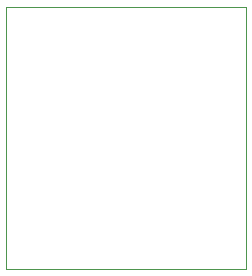
<source format=gbr>
%TF.GenerationSoftware,KiCad,Pcbnew,8.0.3*%
%TF.CreationDate,2024-11-04T16:53:42-08:00*%
%TF.ProjectId,MicPCB,4d696350-4342-42e6-9b69-6361645f7063,rev?*%
%TF.SameCoordinates,Original*%
%TF.FileFunction,Profile,NP*%
%FSLAX46Y46*%
G04 Gerber Fmt 4.6, Leading zero omitted, Abs format (unit mm)*
G04 Created by KiCad (PCBNEW 8.0.3) date 2024-11-04 16:53:42*
%MOMM*%
%LPD*%
G01*
G04 APERTURE LIST*
%TA.AperFunction,Profile*%
%ADD10C,0.050000*%
%TD*%
G04 APERTURE END LIST*
D10*
X86868000Y-56134000D02*
X107137200Y-56134000D01*
X107137200Y-78333600D01*
X86868000Y-78333600D01*
X86868000Y-56134000D01*
M02*

</source>
